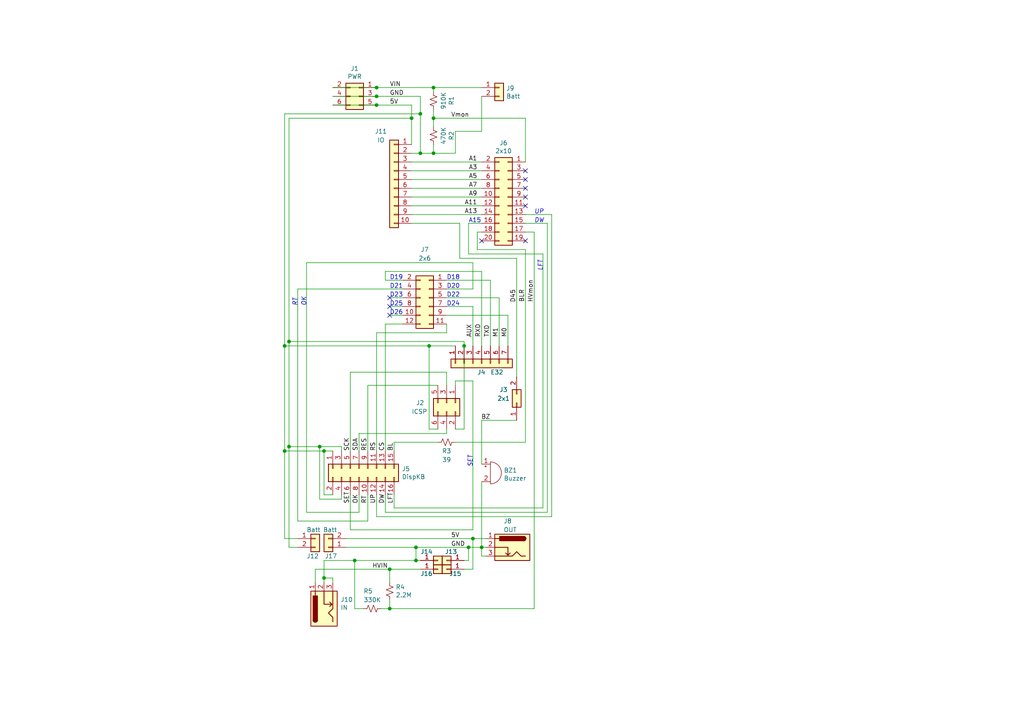
<source format=kicad_sch>
(kicad_sch (version 20230121) (generator eeschema)
  (paper "A4")
  (lib_symbols
    (symbol "AMPE32T30-rescue:Buzzer-Device" (pin_names (offset 0.0254) hide)
      (property "Reference" "BZ" (at 3.81 1.27 0))
      (property "Value" "Device_Buzzer" (at 3.81 -1.27 0))
      (symbol "Buzzer-Device_0_1"
        (arc (start 0 -3.175) (mid 3.1612 0) (end 0 3.175))
        (polyline (pts (xy -1.651 1.905) (xy -1.143 1.905)))
        (polyline (pts (xy -1.397 2.159) (xy -1.397 1.651)))
        (polyline (pts (xy 0 3.175) (xy 0 -3.175)))
      )
      (symbol "Buzzer-Device_1_1"
        (pin passive line (at -2.54 2.54 0) (length 2.54) (name "-") (number "1"))
        (pin passive line (at -2.54 -2.54 0) (length 2.54) (name "+") (number "2"))
      )
    )
    (symbol "Connector:Barrel_Jack_Switch_Pin3Ring" (pin_names hide)
      (property "Reference" "J" (at 0 5.334 0))
      (property "Value" "Barrel_Jack_Switch_Pin3Ring" (at 0 -5.08 0))
      (symbol "Barrel_Jack_Switch_Pin3Ring_0_1"
        (rectangle (start -5.08 3.81) (end 5.08 -3.81) (stroke (width 0.254)) (fill (type background)))
        (arc (start -3.302 3.175) (mid -3.9343 2.54) (end -3.302 1.905) (stroke (width 0.254)))
        (arc (start -3.302 3.175) (mid -3.9343 2.54) (end -3.302 1.905) (stroke (width 0.254)) (fill (type outline)))
        (polyline (pts (xy 1.27 -2.286) (xy 1.905 -1.651)) (stroke (width 0.254)))
        (polyline (pts (xy 5.08 2.54) (xy 3.81 2.54)) (stroke (width 0.254)))
        (polyline (pts (xy 5.08 0) (xy 1.27 0) (xy 1.27 -2.286) (xy 0.635 -1.651)) (stroke (width 0.254)))
        (polyline (pts (xy -3.81 -2.54) (xy -2.54 -2.54) (xy -1.27 -1.27) (xy 0 -2.54) (xy 2.54 -2.54) (xy 5.08 -2.54)) (stroke (width 0.254)))
        (rectangle (start 3.683 3.175) (end -3.302 1.905) (stroke (width 0.254)) (fill (type outline)))
      )
      (symbol "Barrel_Jack_Switch_Pin3Ring_1_1"
        (pin passive line (at 7.62 2.54 180) (length 2.54) (name "~") (number "1"))
        (pin passive line (at 7.62 0 180) (length 2.54) (name "~") (number "2"))
        (pin passive line (at 7.62 -2.54 180) (length 2.54) (name "~") (number "3"))
      )
    )
    (symbol "Connector_Generic:Conn_01x01" (pin_names (offset 1.016) hide)
      (property "Reference" "J" (at 0 2.54 0))
      (property "Value" "Conn_01x01" (at 0 -2.54 0))
      (symbol "Conn_01x01_1_1"
        (rectangle (start -1.27 0.127) (end 0 -0.127) (stroke (width 0.1524)))
        (rectangle (start -1.27 1.27) (end 1.27 -1.27) (stroke (width 0.254)) (fill (type background)))
        (pin passive line (at -5.08 0 0) (length 3.81) (name "Pin_1") (number "1"))
      )
    )
    (symbol "Connector_Generic:Conn_01x02" (pin_names (offset 1.016) hide)
      (property "Reference" "J" (at 0 2.54 0))
      (property "Value" "Conn_01x02" (at 0 -5.08 0))
      (symbol "Conn_01x02_1_1"
        (rectangle (start -1.27 -2.413) (end 0 -2.667) (stroke (width 0.1524)))
        (rectangle (start -1.27 0.127) (end 0 -0.127) (stroke (width 0.1524)))
        (rectangle (start -1.27 1.27) (end 1.27 -3.81) (stroke (width 0.254)) (fill (type background)))
        (pin passive line (at -5.08 0 0) (length 3.81) (name "Pin_1") (number "1"))
        (pin passive line (at -5.08 -2.54 0) (length 3.81) (name "Pin_2") (number "2"))
      )
    )
    (symbol "Connector_Generic:Conn_01x07" (pin_names (offset 1.016) hide)
      (property "Reference" "J" (at 0 10.16 0))
      (property "Value" "Conn_01x07" (at 0 -10.16 0))
      (symbol "Conn_01x07_1_1"
        (rectangle (start -1.27 -7.493) (end 0 -7.747) (stroke (width 0.1524)))
        (rectangle (start -1.27 -4.953) (end 0 -5.207) (stroke (width 0.1524)))
        (rectangle (start -1.27 -2.413) (end 0 -2.667) (stroke (width 0.1524)))
        (rectangle (start -1.27 0.127) (end 0 -0.127) (stroke (width 0.1524)))
        (rectangle (start -1.27 2.667) (end 0 2.413) (stroke (width 0.1524)))
        (rectangle (start -1.27 5.207) (end 0 4.953) (stroke (width 0.1524)))
        (rectangle (start -1.27 7.747) (end 0 7.493) (stroke (width 0.1524)))
        (rectangle (start -1.27 8.89) (end 1.27 -8.89) (stroke (width 0.254)) (fill (type background)))
        (pin passive line (at -5.08 7.62 0) (length 3.81) (name "Pin_1") (number "1"))
        (pin passive line (at -5.08 5.08 0) (length 3.81) (name "Pin_2") (number "2"))
        (pin passive line (at -5.08 2.54 0) (length 3.81) (name "Pin_3") (number "3"))
        (pin passive line (at -5.08 0 0) (length 3.81) (name "Pin_4") (number "4"))
        (pin passive line (at -5.08 -2.54 0) (length 3.81) (name "Pin_5") (number "5"))
        (pin passive line (at -5.08 -5.08 0) (length 3.81) (name "Pin_6") (number "6"))
        (pin passive line (at -5.08 -7.62 0) (length 3.81) (name "Pin_7") (number "7"))
      )
    )
    (symbol "Connector_Generic:Conn_01x10" (pin_names (offset 1.016) hide)
      (property "Reference" "J" (at 0 12.7 0))
      (property "Value" "Conn_01x10" (at 0 -15.24 0))
      (symbol "Conn_01x10_1_1"
        (rectangle (start -1.27 -12.573) (end 0 -12.827) (stroke (width 0.1524)))
        (rectangle (start -1.27 -10.033) (end 0 -10.287) (stroke (width 0.1524)))
        (rectangle (start -1.27 -7.493) (end 0 -7.747) (stroke (width 0.1524)))
        (rectangle (start -1.27 -4.953) (end 0 -5.207) (stroke (width 0.1524)))
        (rectangle (start -1.27 -2.413) (end 0 -2.667) (stroke (width 0.1524)))
        (rectangle (start -1.27 0.127) (end 0 -0.127) (stroke (width 0.1524)))
        (rectangle (start -1.27 2.667) (end 0 2.413) (stroke (width 0.1524)))
        (rectangle (start -1.27 5.207) (end 0 4.953) (stroke (width 0.1524)))
        (rectangle (start -1.27 7.747) (end 0 7.493) (stroke (width 0.1524)))
        (rectangle (start -1.27 10.287) (end 0 10.033) (stroke (width 0.1524)))
        (rectangle (start -1.27 11.43) (end 1.27 -13.97) (stroke (width 0.254)) (fill (type background)))
        (pin passive line (at -5.08 10.16 0) (length 3.81) (name "Pin_1") (number "1"))
        (pin passive line (at -5.08 -12.7 0) (length 3.81) (name "Pin_10") (number "10"))
        (pin passive line (at -5.08 7.62 0) (length 3.81) (name "Pin_2") (number "2"))
        (pin passive line (at -5.08 5.08 0) (length 3.81) (name "Pin_3") (number "3"))
        (pin passive line (at -5.08 2.54 0) (length 3.81) (name "Pin_4") (number "4"))
        (pin passive line (at -5.08 0 0) (length 3.81) (name "Pin_5") (number "5"))
        (pin passive line (at -5.08 -2.54 0) (length 3.81) (name "Pin_6") (number "6"))
        (pin passive line (at -5.08 -5.08 0) (length 3.81) (name "Pin_7") (number "7"))
        (pin passive line (at -5.08 -7.62 0) (length 3.81) (name "Pin_8") (number "8"))
        (pin passive line (at -5.08 -10.16 0) (length 3.81) (name "Pin_9") (number "9"))
      )
    )
    (symbol "Connector_Generic:Conn_02x01" (pin_names (offset 1.016) hide)
      (property "Reference" "J" (at 1.27 2.54 0))
      (property "Value" "Conn_02x01" (at 1.27 -2.54 0))
      (symbol "Conn_02x01_1_1"
        (rectangle (start -1.27 0.127) (end 0 -0.127) (stroke (width 0.1524)))
        (rectangle (start -1.27 1.27) (end 3.81 -1.27) (stroke (width 0.254)) (fill (type background)))
        (rectangle (start 3.81 0.127) (end 2.54 -0.127) (stroke (width 0.1524)))
        (pin passive line (at -5.08 0 0) (length 3.81) (name "Pin_1") (number "1"))
        (pin passive line (at 7.62 0 180) (length 3.81) (name "Pin_2") (number "2"))
      )
    )
    (symbol "Connector_Generic:Conn_02x03_Odd_Even" (pin_names (offset 1.016) hide)
      (property "Reference" "J" (at 1.27 5.08 0))
      (property "Value" "Conn_02x03_Odd_Even" (at 1.27 -5.08 0))
      (symbol "Conn_02x03_Odd_Even_1_1"
        (rectangle (start -1.27 -2.413) (end 0 -2.667) (stroke (width 0.1524)))
        (rectangle (start -1.27 0.127) (end 0 -0.127) (stroke (width 0.1524)))
        (rectangle (start -1.27 2.667) (end 0 2.413) (stroke (width 0.1524)))
        (rectangle (start -1.27 3.81) (end 3.81 -3.81) (stroke (width 0.254)) (fill (type background)))
        (rectangle (start 3.81 -2.413) (end 2.54 -2.667) (stroke (width 0.1524)))
        (rectangle (start 3.81 0.127) (end 2.54 -0.127) (stroke (width 0.1524)))
        (rectangle (start 3.81 2.667) (end 2.54 2.413) (stroke (width 0.1524)))
        (pin passive line (at -5.08 2.54 0) (length 3.81) (name "Pin_1") (number "1"))
        (pin passive line (at 7.62 2.54 180) (length 3.81) (name "Pin_2") (number "2"))
        (pin passive line (at -5.08 0 0) (length 3.81) (name "Pin_3") (number "3"))
        (pin passive line (at 7.62 0 180) (length 3.81) (name "Pin_4") (number "4"))
        (pin passive line (at -5.08 -2.54 0) (length 3.81) (name "Pin_5") (number "5"))
        (pin passive line (at 7.62 -2.54 180) (length 3.81) (name "Pin_6") (number "6"))
      )
    )
    (symbol "Connector_Generic:Conn_02x06_Odd_Even" (pin_names (offset 1.016) hide)
      (property "Reference" "J" (at 1.27 7.62 0))
      (property "Value" "Conn_02x06_Odd_Even" (at 1.27 -10.16 0))
      (symbol "Conn_02x06_Odd_Even_1_1"
        (rectangle (start -1.27 -7.493) (end 0 -7.747) (stroke (width 0.1524)))
        (rectangle (start -1.27 -4.953) (end 0 -5.207) (stroke (width 0.1524)))
        (rectangle (start -1.27 -2.413) (end 0 -2.667) (stroke (width 0.1524)))
        (rectangle (start -1.27 0.127) (end 0 -0.127) (stroke (width 0.1524)))
        (rectangle (start -1.27 2.667) (end 0 2.413) (stroke (width 0.1524)))
        (rectangle (start -1.27 5.207) (end 0 4.953) (stroke (width 0.1524)))
        (rectangle (start -1.27 6.35) (end 3.81 -8.89) (stroke (width 0.254)) (fill (type background)))
        (rectangle (start 3.81 -7.493) (end 2.54 -7.747) (stroke (width 0.1524)))
        (rectangle (start 3.81 -4.953) (end 2.54 -5.207) (stroke (width 0.1524)))
        (rectangle (start 3.81 -2.413) (end 2.54 -2.667) (stroke (width 0.1524)))
        (rectangle (start 3.81 0.127) (end 2.54 -0.127) (stroke (width 0.1524)))
        (rectangle (start 3.81 2.667) (end 2.54 2.413) (stroke (width 0.1524)))
        (rectangle (start 3.81 5.207) (end 2.54 4.953) (stroke (width 0.1524)))
        (pin passive line (at -5.08 5.08 0) (length 3.81) (name "Pin_1") (number "1"))
        (pin passive line (at 7.62 -5.08 180) (length 3.81) (name "Pin_10") (number "10"))
        (pin passive line (at -5.08 -7.62 0) (length 3.81) (name "Pin_11") (number "11"))
        (pin passive line (at 7.62 -7.62 180) (length 3.81) (name "Pin_12") (number "12"))
        (pin passive line (at 7.62 5.08 180) (length 3.81) (name "Pin_2") (number "2"))
        (pin passive line (at -5.08 2.54 0) (length 3.81) (name "Pin_3") (number "3"))
        (pin passive line (at 7.62 2.54 180) (length 3.81) (name "Pin_4") (number "4"))
        (pin passive line (at -5.08 0 0) (length 3.81) (name "Pin_5") (number "5"))
        (pin passive line (at 7.62 0 180) (length 3.81) (name "Pin_6") (number "6"))
        (pin passive line (at -5.08 -2.54 0) (length 3.81) (name "Pin_7") (number "7"))
        (pin passive line (at 7.62 -2.54 180) (length 3.81) (name "Pin_8") (number "8"))
        (pin passive line (at -5.08 -5.08 0) (length 3.81) (name "Pin_9") (number "9"))
      )
    )
    (symbol "Connector_Generic:Conn_02x08_Odd_Even" (pin_names (offset 1.016) hide)
      (property "Reference" "J" (at 1.27 10.16 0))
      (property "Value" "Conn_02x08_Odd_Even" (at 1.27 -12.7 0))
      (symbol "Conn_02x08_Odd_Even_1_1"
        (rectangle (start -1.27 -10.033) (end 0 -10.287) (stroke (width 0.1524)))
        (rectangle (start -1.27 -7.493) (end 0 -7.747) (stroke (width 0.1524)))
        (rectangle (start -1.27 -4.953) (end 0 -5.207) (stroke (width 0.1524)))
        (rectangle (start -1.27 -2.413) (end 0 -2.667) (stroke (width 0.1524)))
        (rectangle (start -1.27 0.127) (end 0 -0.127) (stroke (width 0.1524)))
        (rectangle (start -1.27 2.667) (end 0 2.413) (stroke (width 0.1524)))
        (rectangle (start -1.27 5.207) (end 0 4.953) (stroke (width 0.1524)))
        (rectangle (start -1.27 7.747) (end 0 7.493) (stroke (width 0.1524)))
        (rectangle (start -1.27 8.89) (end 3.81 -11.43) (stroke (width 0.254)) (fill (type background)))
        (rectangle (start 3.81 -10.033) (end 2.54 -10.287) (stroke (width 0.1524)))
        (rectangle (start 3.81 -7.493) (end 2.54 -7.747) (stroke (width 0.1524)))
        (rectangle (start 3.81 -4.953) (end 2.54 -5.207) (stroke (width 0.1524)))
        (rectangle (start 3.81 -2.413) (end 2.54 -2.667) (stroke (width 0.1524)))
        (rectangle (start 3.81 0.127) (end 2.54 -0.127) (stroke (width 0.1524)))
        (rectangle (start 3.81 2.667) (end 2.54 2.413) (stroke (width 0.1524)))
        (rectangle (start 3.81 5.207) (end 2.54 4.953) (stroke (width 0.1524)))
        (rectangle (start 3.81 7.747) (end 2.54 7.493) (stroke (width 0.1524)))
        (pin passive line (at -5.08 7.62 0) (length 3.81) (name "Pin_1") (number "1"))
        (pin passive line (at 7.62 -2.54 180) (length 3.81) (name "Pin_10") (number "10"))
        (pin passive line (at -5.08 -5.08 0) (length 3.81) (name "Pin_11") (number "11"))
        (pin passive line (at 7.62 -5.08 180) (length 3.81) (name "Pin_12") (number "12"))
        (pin passive line (at -5.08 -7.62 0) (length 3.81) (name "Pin_13") (number "13"))
        (pin passive line (at 7.62 -7.62 180) (length 3.81) (name "Pin_14") (number "14"))
        (pin passive line (at -5.08 -10.16 0) (length 3.81) (name "Pin_15") (number "15"))
        (pin passive line (at 7.62 -10.16 180) (length 3.81) (name "Pin_16") (number "16"))
        (pin passive line (at 7.62 7.62 180) (length 3.81) (name "Pin_2") (number "2"))
        (pin passive line (at -5.08 5.08 0) (length 3.81) (name "Pin_3") (number "3"))
        (pin passive line (at 7.62 5.08 180) (length 3.81) (name "Pin_4") (number "4"))
        (pin passive line (at -5.08 2.54 0) (length 3.81) (name "Pin_5") (number "5"))
        (pin passive line (at 7.62 2.54 180) (length 3.81) (name "Pin_6") (number "6"))
        (pin passive line (at -5.08 0 0) (length 3.81) (name "Pin_7") (number "7"))
        (pin passive line (at 7.62 0 180) (length 3.81) (name "Pin_8") (number "8"))
        (pin passive line (at -5.08 -2.54 0) (length 3.81) (name "Pin_9") (number "9"))
      )
    )
    (symbol "Connector_Generic:Conn_02x10_Odd_Even" (pin_names (offset 1.016) hide)
      (property "Reference" "J" (at 1.27 12.7 0))
      (property "Value" "Conn_02x10_Odd_Even" (at 1.27 -15.24 0))
      (symbol "Conn_02x10_Odd_Even_1_1"
        (rectangle (start -1.27 -12.573) (end 0 -12.827) (stroke (width 0.1524)))
        (rectangle (start -1.27 -10.033) (end 0 -10.287) (stroke (width 0.1524)))
        (rectangle (start -1.27 -7.493) (end 0 -7.747) (stroke (width 0.1524)))
        (rectangle (start -1.27 -4.953) (end 0 -5.207) (stroke (width 0.1524)))
        (rectangle (start -1.27 -2.413) (end 0 -2.667) (stroke (width 0.1524)))
        (rectangle (start -1.27 0.127) (end 0 -0.127) (stroke (width 0.1524)))
        (rectangle (start -1.27 2.667) (end 0 2.413) (stroke (width 0.1524)))
        (rectangle (start -1.27 5.207) (end 0 4.953) (stroke (width 0.1524)))
        (rectangle (start -1.27 7.747) (end 0 7.493) (stroke (width 0.1524)))
        (rectangle (start -1.27 10.287) (end 0 10.033) (stroke (width 0.1524)))
        (rectangle (start -1.27 11.43) (end 3.81 -13.97) (stroke (width 0.254)) (fill (type background)))
        (rectangle (start 3.81 -12.573) (end 2.54 -12.827) (stroke (width 0.1524)))
        (rectangle (start 3.81 -10.033) (end 2.54 -10.287) (stroke (width 0.1524)))
        (rectangle (start 3.81 -7.493) (end 2.54 -7.747) (stroke (width 0.1524)))
        (rectangle (start 3.81 -4.953) (end 2.54 -5.207) (stroke (width 0.1524)))
        (rectangle (start 3.81 -2.413) (end 2.54 -2.667) (stroke (width 0.1524)))
        (rectangle (start 3.81 0.127) (end 2.54 -0.127) (stroke (width 0.1524)))
        (rectangle (start 3.81 2.667) (end 2.54 2.413) (stroke (width 0.1524)))
        (rectangle (start 3.81 5.207) (end 2.54 4.953) (stroke (width 0.1524)))
        (rectangle (start 3.81 7.747) (end 2.54 7.493) (stroke (width 0.1524)))
        (rectangle (start 3.81 10.287) (end 2.54 10.033) (stroke (width 0.1524)))
        (pin passive line (at -5.08 10.16 0) (length 3.81) (name "Pin_1") (number "1"))
        (pin passive line (at 7.62 0 180) (length 3.81) (name "Pin_10") (number "10"))
        (pin passive line (at -5.08 -2.54 0) (length 3.81) (name "Pin_11") (number "11"))
        (pin passive line (at 7.62 -2.54 180) (length 3.81) (name "Pin_12") (number "12"))
        (pin passive line (at -5.08 -5.08 0) (length 3.81) (name "Pin_13") (number "13"))
        (pin passive line (at 7.62 -5.08 180) (length 3.81) (name "Pin_14") (number "14"))
        (pin passive line (at -5.08 -7.62 0) (length 3.81) (name "Pin_15") (number "15"))
        (pin passive line (at 7.62 -7.62 180) (length 3.81) (name "Pin_16") (number "16"))
        (pin passive line (at -5.08 -10.16 0) (length 3.81) (name "Pin_17") (number "17"))
        (pin passive line (at 7.62 -10.16 180) (length 3.81) (name "Pin_18") (number "18"))
        (pin passive line (at -5.08 -12.7 0) (length 3.81) (name "Pin_19") (number "19"))
        (pin passive line (at 7.62 10.16 180) (length 3.81) (name "Pin_2") (number "2"))
        (pin passive line (at 7.62 -12.7 180) (length 3.81) (name "Pin_20") (number "20"))
        (pin passive line (at -5.08 7.62 0) (length 3.81) (name "Pin_3") (number "3"))
        (pin passive line (at 7.62 7.62 180) (length 3.81) (name "Pin_4") (number "4"))
        (pin passive line (at -5.08 5.08 0) (length 3.81) (name "Pin_5") (number "5"))
        (pin passive line (at 7.62 5.08 180) (length 3.81) (name "Pin_6") (number "6"))
        (pin passive line (at -5.08 2.54 0) (length 3.81) (name "Pin_7") (number "7"))
        (pin passive line (at 7.62 2.54 180) (length 3.81) (name "Pin_8") (number "8"))
        (pin passive line (at -5.08 0 0) (length 3.81) (name "Pin_9") (number "9"))
      )
    )
    (symbol "Device:R_Small_US" (pin_numbers hide) (pin_names (offset 0.254) hide)
      (property "Reference" "R" (at 0.762 0.508 0))
      (property "Value" "R_Small_US" (at 0.762 -1.016 0))
      (symbol "R_Small_US_1_1"
        (polyline (pts (xy 0 0) (xy 1.016 -0.381) (xy 0 -0.762) (xy -1.016 -1.143) (xy 0 -1.524)))
        (polyline (pts (xy 0 1.524) (xy 1.016 1.143) (xy 0 0.762) (xy -1.016 0.381) (xy 0 0)))
        (pin passive line (at 0 2.54 270) (length 1.016) (name "~") (number "1"))
        (pin passive line (at 0 -2.54 90) (length 1.016) (name "~") (number "2"))
      )
    )
  )
  (junction (at 83.82 99.06))
  (junction (at 121.92 44.45))
  (junction (at 113.03 176.53))
  (junction (at 93.98 130.81))
  (junction (at 120.65 162.56))
  (junction (at 125.73 44.45))
  (junction (at 137.16 156.21))
  (junction (at 92.71 129.54))
  (junction (at 93.98 167.64))
  (junction (at 119.38 34.29))
  (junction (at 134.62 100.33))
  (junction (at 139.7 158.75))
  (junction (at 120.65 158.75))
  (junction (at 83.82 129.54))
  (junction (at 102.87 162.56))
  (junction (at 113.03 165.1))
  (junction (at 135.89 158.75))
  (junction (at 109.22 30.48))
  (junction (at 82.55 100.33))
  (junction (at 121.92 33.02))
  (junction (at 109.22 27.94))
  (junction (at 124.46 100.33))
  (junction (at 125.73 34.29))
  (junction (at 125.73 25.4))
  (junction (at 82.55 130.81))
  (junction (at 109.22 25.4))
  (no_connect (at 139.7 69.85))
  (no_connect (at 152.4 57.15))
  (no_connect (at 152.4 52.07))
  (no_connect (at 152.4 59.69))
  (no_connect (at 152.4 69.85))
  (no_connect (at 152.4 54.61))
  (no_connect (at 113.03 91.44))
  (no_connect (at 113.03 86.36))
  (no_connect (at 113.03 88.9))
  (no_connect (at 152.4 49.53))
  (wire (pts (xy 82.55 100.33) (xy 82.55 130.81)))
  (wire (pts (xy 144.78 86.36) (xy 129.54 86.36)))
  (wire (pts (xy 127 124.46) (xy 124.46 124.46)))
  (wire (pts (xy 132.08 111.76) (xy 132.08 110.49)))
  (wire (pts (xy 125.73 26.67) (xy 125.73 25.4)))
  (wire (pts (xy 93.98 143.51) (xy 93.98 130.81)))
  (wire (pts (xy 113.03 176.53) (xy 154.94 176.53)))
  (wire (pts (xy 152.4 62.23) (xy 160.02 62.23)))
  (wire (pts (xy 129.54 93.98) (xy 129.54 96.52)))
  (wire (pts (xy 82.55 33.02) (xy 82.55 100.33)))
  (wire (pts (xy 137.16 165.1) (xy 134.62 165.1)))
  (wire (pts (xy 135.89 64.77) (xy 135.89 73.66)))
  (wire (pts (xy 104.14 125.73) (xy 104.14 130.81)))
  (wire (pts (xy 114.3 128.27) (xy 114.3 130.81)))
  (wire (pts (xy 82.55 130.81) (xy 82.55 156.21)))
  (wire (pts (xy 111.76 81.28) (xy 116.84 81.28)))
  (wire (pts (xy 92.71 144.78) (xy 92.71 129.54)))
  (wire (pts (xy 119.38 41.91) (xy 119.38 34.29)))
  (wire (pts (xy 139.7 64.77) (xy 135.89 64.77)))
  (wire (pts (xy 114.3 128.27) (xy 127 128.27)))
  (wire (pts (xy 100.33 158.75) (xy 120.65 158.75)))
  (wire (pts (xy 139.7 121.92) (xy 139.7 134.62)))
  (wire (pts (xy 152.4 34.29) (xy 152.4 46.99)))
  (wire (pts (xy 111.76 78.74) (xy 111.76 81.28)))
  (wire (pts (xy 129.54 107.95) (xy 101.6 107.95)))
  (wire (pts (xy 139.7 54.61) (xy 119.38 54.61)))
  (wire (pts (xy 139.7 78.74) (xy 139.7 100.33)))
  (wire (pts (xy 119.38 57.15) (xy 139.7 57.15)))
  (wire (pts (xy 132.08 110.49) (xy 137.16 110.49)))
  (wire (pts (xy 134.62 99.06) (xy 83.82 99.06)))
  (wire (pts (xy 132.08 44.45) (xy 132.08 38.1)))
  (wire (pts (xy 109.22 27.94) (xy 121.92 27.94)))
  (wire (pts (xy 109.22 149.86) (xy 160.02 149.86)))
  (wire (pts (xy 83.82 99.06) (xy 83.82 34.29)))
  (wire (pts (xy 119.38 64.77) (xy 133.35 64.77)))
  (wire (pts (xy 99.06 129.54) (xy 99.06 130.81)))
  (wire (pts (xy 132.08 128.27) (xy 152.4 128.27)))
  (wire (pts (xy 113.03 168.91) (xy 113.03 165.1)))
  (wire (pts (xy 152.4 64.77) (xy 158.75 64.77)))
  (wire (pts (xy 86.36 83.82) (xy 116.84 83.82)))
  (wire (pts (xy 158.75 148.59) (xy 158.75 64.77)))
  (wire (pts (xy 119.38 62.23) (xy 139.7 62.23)))
  (wire (pts (xy 125.73 31.75) (xy 125.73 34.29)))
  (wire (pts (xy 149.86 74.93) (xy 149.86 109.22)))
  (wire (pts (xy 110.49 176.53) (xy 113.03 176.53)))
  (wire (pts (xy 133.35 74.93) (xy 133.35 64.77)))
  (wire (pts (xy 120.65 162.56) (xy 120.65 158.75)))
  (wire (pts (xy 93.98 167.64) (xy 93.98 168.91)))
  (wire (pts (xy 121.92 165.1) (xy 113.03 165.1)))
  (wire (pts (xy 96.52 168.91) (xy 96.52 167.64)))
  (wire (pts (xy 113.03 173.99) (xy 113.03 176.53)))
  (wire (pts (xy 137.16 83.82) (xy 137.16 76.2)))
  (wire (pts (xy 132.08 124.46) (xy 134.62 124.46)))
  (wire (pts (xy 93.98 162.56) (xy 102.87 162.56)))
  (wire (pts (xy 109.22 143.51) (xy 109.22 149.86)))
  (wire (pts (xy 152.4 67.31) (xy 154.94 67.31)))
  (wire (pts (xy 139.7 49.53) (xy 119.38 49.53)))
  (wire (pts (xy 129.54 96.52) (xy 109.22 96.52)))
  (wire (pts (xy 129.54 83.82) (xy 137.16 83.82)))
  (wire (pts (xy 101.6 153.67) (xy 101.6 143.51)))
  (wire (pts (xy 160.02 62.23) (xy 160.02 149.86)))
  (wire (pts (xy 111.76 148.59) (xy 158.75 148.59)))
  (wire (pts (xy 83.82 129.54) (xy 83.82 158.75)))
  (wire (pts (xy 104.14 148.59) (xy 88.9 148.59)))
  (wire (pts (xy 109.22 25.4) (xy 125.73 25.4)))
  (wire (pts (xy 92.71 129.54) (xy 83.82 129.54)))
  (wire (pts (xy 119.38 34.29) (xy 83.82 34.29)))
  (wire (pts (xy 125.73 44.45) (xy 132.08 44.45)))
  (wire (pts (xy 129.54 107.95) (xy 129.54 111.76)))
  (wire (pts (xy 96.52 30.48) (xy 109.22 30.48)))
  (wire (pts (xy 137.16 76.2) (xy 88.9 76.2)))
  (wire (pts (xy 119.38 59.69) (xy 139.7 59.69)))
  (wire (pts (xy 129.54 125.73) (xy 104.14 125.73)))
  (wire (pts (xy 116.84 86.36) (xy 113.03 86.36)))
  (wire (pts (xy 116.84 93.98) (xy 111.76 93.98)))
  (wire (pts (xy 139.7 67.31) (xy 138.43 67.31)))
  (wire (pts (xy 138.43 72.39) (xy 152.4 72.39)))
  (wire (pts (xy 99.06 144.78) (xy 92.71 144.78)))
  (wire (pts (xy 106.68 143.51) (xy 106.68 151.13)))
  (wire (pts (xy 83.82 158.75) (xy 86.36 158.75)))
  (wire (pts (xy 142.24 81.28) (xy 142.24 100.33)))
  (wire (pts (xy 121.92 33.02) (xy 121.92 44.45)))
  (wire (pts (xy 111.76 78.74) (xy 139.7 78.74)))
  (wire (pts (xy 139.7 46.99) (xy 119.38 46.99)))
  (wire (pts (xy 92.71 129.54) (xy 99.06 129.54)))
  (wire (pts (xy 116.84 88.9) (xy 113.03 88.9)))
  (wire (pts (xy 93.98 162.56) (xy 93.98 167.64)))
  (wire (pts (xy 137.16 88.9) (xy 137.16 100.33)))
  (wire (pts (xy 93.98 130.81) (xy 96.52 130.81)))
  (wire (pts (xy 144.78 86.36) (xy 144.78 100.33)))
  (wire (pts (xy 96.52 25.4) (xy 109.22 25.4)))
  (wire (pts (xy 152.4 72.39) (xy 152.4 128.27)))
  (wire (pts (xy 116.84 91.44) (xy 113.03 91.44)))
  (wire (pts (xy 96.52 167.64) (xy 93.98 167.64)))
  (wire (pts (xy 139.7 38.1) (xy 139.7 27.94)))
  (wire (pts (xy 119.38 44.45) (xy 121.92 44.45)))
  (wire (pts (xy 125.73 25.4) (xy 139.7 25.4)))
  (wire (pts (xy 102.87 162.56) (xy 120.65 162.56)))
  (wire (pts (xy 137.16 156.21) (xy 137.16 165.1)))
  (wire (pts (xy 105.41 176.53) (xy 102.87 176.53)))
  (wire (pts (xy 86.36 156.21) (xy 82.55 156.21)))
  (wire (pts (xy 111.76 143.51) (xy 111.76 148.59)))
  (wire (pts (xy 133.35 74.93) (xy 149.86 74.93)))
  (wire (pts (xy 109.22 96.52) (xy 109.22 130.81)))
  (wire (pts (xy 96.52 143.51) (xy 93.98 143.51)))
  (wire (pts (xy 100.33 156.21) (xy 137.16 156.21)))
  (wire (pts (xy 137.16 88.9) (xy 129.54 88.9)))
  (wire (pts (xy 142.24 81.28) (xy 129.54 81.28)))
  (wire (pts (xy 111.76 93.98) (xy 111.76 130.81)))
  (wire (pts (xy 114.3 143.51) (xy 114.3 147.32)))
  (wire (pts (xy 86.36 83.82) (xy 86.36 151.13)))
  (wire (pts (xy 106.68 151.13) (xy 86.36 151.13)))
  (wire (pts (xy 147.32 91.44) (xy 147.32 100.33)))
  (wire (pts (xy 114.3 147.32) (xy 157.48 147.32)))
  (wire (pts (xy 154.94 67.31) (xy 154.94 176.53)))
  (wire (pts (xy 134.62 100.33) (xy 134.62 124.46)))
  (wire (pts (xy 113.03 165.1) (xy 91.44 165.1)))
  (wire (pts (xy 119.38 34.29) (xy 119.38 30.48)))
  (wire (pts (xy 139.7 121.92) (xy 149.86 121.92)))
  (wire (pts (xy 125.73 34.29) (xy 125.73 36.83)))
  (wire (pts (xy 139.7 161.29) (xy 140.97 161.29)))
  (wire (pts (xy 120.65 162.56) (xy 121.92 162.56)))
  (wire (pts (xy 135.89 162.56) (xy 135.89 158.75)))
  (wire (pts (xy 134.62 162.56) (xy 135.89 162.56)))
  (wire (pts (xy 101.6 107.95) (xy 101.6 130.81)))
  (wire (pts (xy 104.14 143.51) (xy 104.14 148.59)))
  (wire (pts (xy 135.89 73.66) (xy 157.48 73.66)))
  (wire (pts (xy 129.54 91.44) (xy 147.32 91.44)))
  (wire (pts (xy 139.7 158.75) (xy 135.89 158.75)))
  (wire (pts (xy 96.52 27.94) (xy 109.22 27.94)))
  (wire (pts (xy 137.16 110.49) (xy 137.16 153.67)))
  (wire (pts (xy 132.08 100.33) (xy 124.46 100.33)))
  (wire (pts (xy 125.73 34.29) (xy 152.4 34.29)))
  (wire (pts (xy 135.89 158.75) (xy 120.65 158.75)))
  (wire (pts (xy 139.7 52.07) (xy 119.38 52.07)))
  (wire (pts (xy 121.92 33.02) (xy 82.55 33.02)))
  (wire (pts (xy 83.82 99.06) (xy 83.82 129.54)))
  (wire (pts (xy 124.46 124.46) (xy 124.46 100.33)))
  (wire (pts (xy 101.6 153.67) (xy 137.16 153.67)))
  (wire (pts (xy 129.54 124.46) (xy 129.54 125.73)))
  (wire (pts (xy 88.9 76.2) (xy 88.9 148.59)))
  (wire (pts (xy 102.87 176.53) (xy 102.87 162.56)))
  (wire (pts (xy 93.98 130.81) (xy 82.55 130.81)))
  (wire (pts (xy 134.62 100.33) (xy 134.62 99.06)))
  (wire (pts (xy 91.44 165.1) (xy 91.44 168.91)))
  (wire (pts (xy 139.7 139.7) (xy 139.7 158.75)))
  (wire (pts (xy 125.73 41.91) (xy 125.73 44.45)))
  (wire (pts (xy 125.73 44.45) (xy 121.92 44.45)))
  (wire (pts (xy 124.46 100.33) (xy 82.55 100.33)))
  (wire (pts (xy 109.22 30.48) (xy 119.38 30.48)))
  (wire (pts (xy 106.68 111.76) (xy 106.68 130.81)))
  (wire (pts (xy 137.16 156.21) (xy 140.97 156.21)))
  (wire (pts (xy 139.7 158.75) (xy 139.7 161.29)))
  (wire (pts (xy 132.08 38.1) (xy 139.7 38.1)))
  (wire (pts (xy 127 111.76) (xy 106.68 111.76)))
  (wire (pts (xy 157.48 147.32) (xy 157.48 73.66)))
  (wire (pts (xy 121.92 27.94) (xy 121.92 33.02)))
  (wire (pts (xy 139.7 158.75) (xy 140.97 158.75)))
  (wire (pts (xy 99.06 143.51) (xy 99.06 144.78)))
  (wire (pts (xy 138.43 67.31) (xy 138.43 72.39)))
  (text "LFT" (at 157.48 78.74 90) (effects (font (size 1.27 1.27) italic) (justify left bottom)))
  (text "UP" (at 154.94 62.23 0) (effects (font (size 1.27 1.27) italic) (justify left bottom)))
  (text "OK" (at 88.9 88.9 90) (effects (font (size 1.27 1.27) italic) (justify left bottom)))
  (text "D18" (at 129.54 81.28 0) (effects (font (size 1.27 1.27)) (justify left bottom)))
  (text "D25" (at 113.03 88.9 0) (effects (font (size 1.27 1.27)) (justify left bottom)))
  (text "SET" (at 137.16 132.08 90) (effects (font (size 1.27 1.27) italic) (justify right bottom)))
  (text "RT" (at 86.36 88.9 90) (effects (font (size 1.27 1.27) italic) (justify left bottom)))
  (text "D23" (at 113.03 86.36 0) (effects (font (size 1.27 1.27)) (justify left bottom)))
  (text "D24" (at 129.54 88.9 0) (effects (font (size 1.27 1.27)) (justify left bottom)))
  (text "D20" (at 129.54 83.82 0) (effects (font (size 1.27 1.27)) (justify left bottom)))
  (text "D26" (at 113.03 91.44 0) (effects (font (size 1.27 1.27)) (justify left bottom)))
  (text "D19" (at 113.03 81.28 0) (effects (font (size 1.27 1.27)) (justify left bottom)))
  (text "A15" (at 135.89 64.77 0) (effects (font (size 1.27 1.27)) (justify left bottom)))
  (text "DW" (at 154.94 64.77 0) (effects (font (size 1.27 1.27) italic) (justify left bottom)))
  (text "D22" (at 129.54 86.36 0) (effects (font (size 1.27 1.27)) (justify left bottom)))
  (text "D21" (at 113.03 83.82 0) (effects (font (size 1.27 1.27)) (justify left bottom)))
  (label "M1" (at 144.78 97.79 90))
  (label "BZ" (at 142.24 121.92 180))
  (label "OK" (at 104.14 146.05 90))
  (label "A11" (at 138.43 59.69 180))
  (label "LFT" (at 114.3 146.05 90))
  (label "A1" (at 138.43 46.99 180))
  (label "BL" (at 114.3 130.81 90))
  (label "UP" (at 109.22 146.05 90))
  (label "5V" (at 113.03 30.48 0))
  (label "TXD" (at 142.24 97.79 90))
  (label "RT" (at 106.68 146.05 90))
  (label "HVIN" (at 107.95 165.1 0))
  (label "SET" (at 101.6 146.05 90))
  (label "CS" (at 111.76 130.81 90))
  (label "SDA" (at 104.14 127 270))
  (label "BLR" (at 152.4 83.82 270))
  (label "GND" (at 113.03 27.94 0))
  (label "A9" (at 138.43 57.15 180))
  (label "A3" (at 138.43 49.53 180))
  (label "Vmon" (at 130.81 34.29 0))
  (label "A13" (at 138.43 62.23 180))
  (label "DW" (at 111.76 146.05 90))
  (label "AUX" (at 137.16 97.79 90))
  (label "5V" (at 130.81 156.21 0))
  (label "A7" (at 138.43 54.61 180))
  (label "RS" (at 109.22 130.81 90))
  (label "RXD" (at 139.7 97.79 90))
  (label "GND" (at 130.81 158.75 0))
  (label "SCK" (at 101.6 130.81 90))
  (label "VIN" (at 113.03 25.4 0))
  (label "A5" (at 138.43 52.07 180))
  (label "D45" (at 149.86 83.82 270))
  (label "HVmon" (at 154.94 87.63 90))
  (label "M0" (at 147.32 97.79 90))
  (label "RES" (at 106.68 130.81 90))
  (symbol (lib_id "Connector_Generic:Conn_02x03_Odd_Even") (at 104.14 27.94 0) (mirror y) (unit 1)
    (property "Reference" "J1" (at 102.87 19.8882 0))
    (property "Value" "PWR" (at 102.87 22.1996 0))
    (property "Footprint" "Connector_PinSocket_2.54mm:PinSocket_2x03_P2.54mm_Vertical" (effects hide))
  )
  (symbol (lib_id "Connector_Generic:Conn_02x03_Odd_Even") (at 129.54 116.84 270) (unit 1)
    (property "Reference" "J2" (at 120.65 116.84 90) (effects (justify left)))
    (property "Value" "ICSP" (at 119.38 119.38 90) (effects (justify left)))
    (property "Footprint" "Connector_PinHeader_2.54mm:PinHeader_2x03_P2.54mm_Vertical" (effects hide))
  )
  (symbol (lib_id "Connector_Generic:Conn_01x07") (at 139.7 105.41 90) (mirror x) (unit 1)
    (property "Reference" "J4" (at 138.43 107.95 90) (effects (justify right)))
    (property "Value" "E32" (at 142.24 107.95 90) (effects (justify right)))
    (property "Footprint" "Connector_PinSocket_2.54mm:PinSocket_1x07_P2.54mm_Vertical" (effects hide))
  )
  (symbol (lib_id "AMPE32T30-rescue:Buzzer-Device") (at 142.24 137.16 0) (unit 1)
    (property "Reference" "BZ1" (at 146.1008 136.4234 0) (effects (justify left)))
    (property "Value" "Buzzer" (at 146.1008 138.7348 0) (effects (justify left)))
    (property "Footprint" "Buzzer_Beeper:MagneticBuzzer_PUI_AT-0927-TT-6-R" (effects hide))
  )
  (symbol (lib_id "Device:R_Small_US") (at 125.73 29.21 180) (unit 1)
    (property "Reference" "R1" (at 130.937 29.21 90))
    (property "Value" "910K" (at 128.6256 29.21 90))
    (property "Footprint" "Resistor_SMD:R_0805_2012Metric_Pad1.20x1.40mm_HandSolder" (effects hide))
  )
  (symbol (lib_id "Device:R_Small_US") (at 125.73 39.37 180) (unit 1)
    (property "Reference" "R2" (at 130.937 39.37 90))
    (property "Value" "470K" (at 128.6256 39.37 90))
    (property "Footprint" "Resistor_SMD:R_0805_2012Metric_Pad1.20x1.40mm_HandSolder" (effects hide))
  )
  (symbol (lib_id "Device:R_Small_US") (at 129.54 128.27 270) (unit 1)
    (property "Reference" "R3" (at 129.54 130.81 90))
    (property "Value" "39" (at 129.54 133.35 90))
    (property "Footprint" "Resistor_SMD:R_0805_2012Metric_Pad1.20x1.40mm_HandSolder" (effects hide))
  )
  (symbol (lib_id "Connector_Generic:Conn_01x02") (at 144.78 25.4 0) (unit 1)
    (property "Reference" "J9" (at 146.812 25.6032 0) (effects (justify left)))
    (property "Value" "Batt" (at 146.812 27.9146 0) (effects (justify left)))
    (property "Footprint" "Connector_Wire:SolderWire-0.5sqmm_1x02_P4.6mm_D0.9mm_OD2.1mm" (effects hide))
  )
  (symbol (lib_id "Connector_Generic:Conn_01x10") (at 114.3 52.07 0) (mirror y) (unit 1)
    (property "Reference" "J11" (at 110.49 38.1 0))
    (property "Value" "IO" (at 110.49 40.64 0))
    (property "Footprint" "Connector_PinSocket_2.54mm:PinSocket_1x10_P2.54mm_Vertical" (effects hide))
  )
  (symbol (lib_id "Connector_Generic:Conn_02x08_Odd_Even") (at 104.14 135.89 90) (mirror x) (unit 1)
    (property "Reference" "J5" (at 116.5352 135.9916 90) (effects (justify right)))
    (property "Value" "DispKB" (at 116.5352 138.303 90) (effects (justify right)))
    (property "Footprint" "Connector_PinSocket_2.54mm:PinSocket_2x08_P2.54mm_Vertical" (effects hide))
  )
  (symbol (lib_id "Connector:Barrel_Jack_Switch_Pin3Ring") (at 148.59 158.75 0) (mirror y) (unit 1)
    (property "Reference" "J8" (at 146.05 151.13 0) (effects (justify right)))
    (property "Value" "OUT" (at 146.05 153.67 0) (effects (justify right)))
    (property "Footprint" "Connector_BarrelJack:BarrelJack_Horizontal" (effects hide))
  )
  (symbol (lib_id "Connector:Barrel_Jack_Switch_Pin3Ring") (at 93.98 176.53 90) (unit 1)
    (property "Reference" "J10" (at 98.7552 173.9138 90) (effects (justify right)))
    (property "Value" "IN" (at 98.7552 176.2252 90) (effects (justify right)))
    (property "Footprint" "Connector_BarrelJack:BarrelJack_Horizontal" (effects hide))
  )
  (symbol (lib_id "Connector_Generic:Conn_01x01") (at 127 165.1 0) (unit 1)
    (property "Reference" "J16" (at 121.92 166.37 0) (effects (justify left)))
    (property "Value" "16" (effects hide))
    (property "Footprint" "Connector_PinSocket_2.54mm:PinSocket_1x01_P2.54mm_Vertical" (effects hide))
  )
  (symbol (lib_id "Connector_Generic:Conn_01x01") (at 129.54 165.1 0) (mirror y) (unit 1)
    (property "Reference" "J15" (at 132.08 166.37 0))
    (property "Value" "15" (effects hide))
    (property "Footprint" "Connector_PinSocket_2.54mm:PinSocket_1x01_P2.54mm_Vertical" (effects hide))
  )
  (symbol (lib_id "Connector_Generic:Conn_01x01") (at 127 162.56 0) (unit 1)
    (property "Reference" "J14" (at 121.92 160.02 0) (effects (justify left)))
    (property "Value" "14" (effects hide))
    (property "Footprint" "Connector_PinSocket_2.54mm:PinSocket_1x01_P2.54mm_Vertical" (effects hide))
  )
  (symbol (lib_id "Connector_Generic:Conn_01x01") (at 129.54 162.56 0) (mirror y) (unit 1)
    (property "Reference" "J13" (at 130.81 160.02 0))
    (property "Value" "13" (effects hide))
    (property "Footprint" "Connector_PinSocket_2.54mm:PinSocket_1x01_P2.54mm_Vertical" (effects hide))
  )
  (symbol (lib_id "Connector_Generic:Conn_02x06_Odd_Even") (at 124.46 86.36 0) (mirror y) (unit 1)
    (property "Reference" "J7" (at 123.19 72.39 0))
    (property "Value" "2x6" (at 123.19 74.93 0))
    (property "Footprint" "Connector_PinSocket_2.54mm:PinSocket_2x06_P2.54mm_Vertical" (effects hide))
  )
  (symbol (lib_id "Connector_Generic:Conn_01x02") (at 91.44 156.21 0) (unit 1)
    (property "Reference" "J12" (at 88.9 161.29 0) (effects (justify left)))
    (property "Value" "Batt" (at 88.9 153.67 0) (effects (justify left)))
    (property "Footprint" "Connector_Wire:SolderWire-0.5sqmm_1x02_P4.6mm_D0.9mm_OD2.1mm" (effects hide))
  )
  (symbol (lib_id "Connector_Generic:Conn_01x02") (at 95.25 158.75 180) (unit 1)
    (property "Reference" "J17" (at 97.79 161.29 0) (effects (justify left)))
    (property "Value" "Batt" (at 97.79 153.67 0) (effects (justify left)))
    (property "Footprint" "Connector_Wire:SolderWire-0.5sqmm_1x02_P4.6mm_D0.9mm_OD2.1mm" (effects hide))
  )
  (symbol (lib_id "Connector_Generic:Conn_02x10_Odd_Even") (at 147.32 57.15 0) (mirror y) (unit 1)
    (property "Reference" "J6" (at 146.05 41.4782 0))
    (property "Value" "2x10" (at 146.05 43.7896 0))
    (property "Footprint" "Connector_PinSocket_2.54mm:PinSocket_2x10_P2.54mm_Vertical" (effects hide))
  )
  (symbol (lib_id "Connector_Generic:Conn_02x01") (at 149.86 116.84 270) (mirror x) (unit 1)
    (property "Reference" "J3" (at 146.05 113.03 90))
    (property "Value" "2x1" (at 146.05 115.57 90))
    (property "Footprint" "Connector_PinSocket_2.54mm:PinSocket_1x02_P2.54mm_Vertical" (effects hide))
  )
  (symbol (lib_id "Device:R_Small_US") (at 113.03 171.45 180) (unit 1)
    (property "Reference" "R4" (at 114.7572 170.2816 0) (effects (justify right)))
    (property "Value" "2.2M" (at 114.7572 172.593 0) (effects (justify right)))
    (property "Footprint" "Resistor_SMD:R_0805_2012Metric_Pad1.20x1.40mm_HandSolder" (effects hide))
  )
  (symbol (lib_id "Device:R_Small_US") (at 107.95 176.53 270) (unit 1)
    (property "Reference" "R5" (at 105.41 171.45 90) (effects (justify left)))
    (property "Value" "330K" (at 105.41 173.99 90) (effects (justify left)))
    (property "Footprint" "Resistor_SMD:R_0805_2012Metric_Pad1.20x1.40mm_HandSolder" (effects hide))
  )
)
</source>
